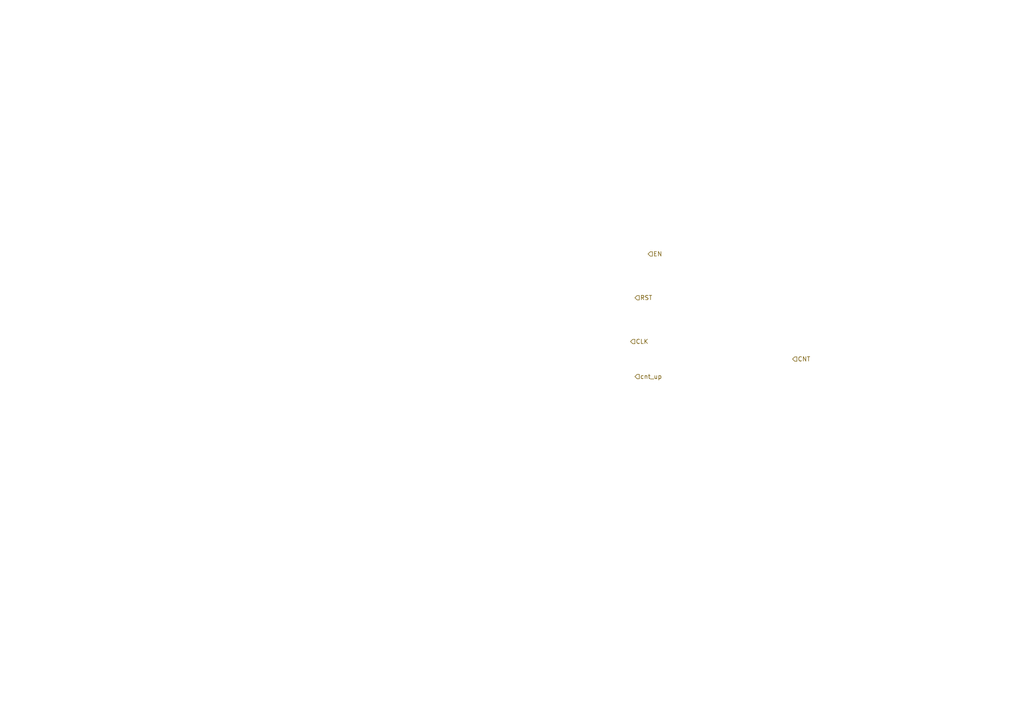
<source format=kicad_sch>
(kicad_sch (version 20230121) (generator eeschema)
  (paper "A4")
  (lib_symbols)
  (hierarchical_label "CLK" (shape input) (at 182.88 99.06 0))
  (hierarchical_label "RST" (shape input) (at 184.15 86.36 0))
  (hierarchical_label "EN" (shape input) (at 187.96 73.66 0))
  (hierarchical_label "cnt_up" (shape input) (at 184.15 109.22 0))
  (hierarchical_label "CNT" (shape input) (at 229.87 104.14 0))
)
</source>
